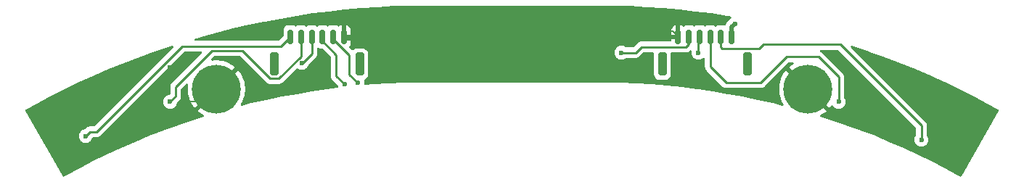
<source format=gbr>
%TF.GenerationSoftware,KiCad,Pcbnew,9.0.1*%
%TF.CreationDate,2025-05-09T11:22:53+02:00*%
%TF.ProjectId,FL-Zetor-Senzor,464c2d5a-6574-46f7-922d-53656e7a6f72,rev?*%
%TF.SameCoordinates,Original*%
%TF.FileFunction,Copper,L1,Top*%
%TF.FilePolarity,Positive*%
%FSLAX46Y46*%
G04 Gerber Fmt 4.6, Leading zero omitted, Abs format (unit mm)*
G04 Created by KiCad (PCBNEW 9.0.1) date 2025-05-09 11:22:53*
%MOMM*%
%LPD*%
G01*
G04 APERTURE LIST*
G04 Aperture macros list*
%AMRoundRect*
0 Rectangle with rounded corners*
0 $1 Rounding radius*
0 $2 $3 $4 $5 $6 $7 $8 $9 X,Y pos of 4 corners*
0 Add a 4 corners polygon primitive as box body*
4,1,4,$2,$3,$4,$5,$6,$7,$8,$9,$2,$3,0*
0 Add four circle primitives for the rounded corners*
1,1,$1+$1,$2,$3*
1,1,$1+$1,$4,$5*
1,1,$1+$1,$6,$7*
1,1,$1+$1,$8,$9*
0 Add four rect primitives between the rounded corners*
20,1,$1+$1,$2,$3,$4,$5,0*
20,1,$1+$1,$4,$5,$6,$7,0*
20,1,$1+$1,$6,$7,$8,$9,0*
20,1,$1+$1,$8,$9,$2,$3,0*%
G04 Aperture macros list end*
%TA.AperFunction,ComponentPad*%
%ADD10C,5.700000*%
%TD*%
%TA.AperFunction,SMDPad,CuDef*%
%ADD11RoundRect,0.150000X-0.150000X-0.700000X0.150000X-0.700000X0.150000X0.700000X-0.150000X0.700000X0*%
%TD*%
%TA.AperFunction,SMDPad,CuDef*%
%ADD12RoundRect,0.250000X-0.250000X-1.100000X0.250000X-1.100000X0.250000X1.100000X-0.250000X1.100000X0*%
%TD*%
%TA.AperFunction,ViaPad*%
%ADD13C,0.600000*%
%TD*%
%TA.AperFunction,Conductor*%
%ADD14C,0.200000*%
%TD*%
%TA.AperFunction,Conductor*%
%ADD15C,0.250000*%
%TD*%
%TA.AperFunction,Conductor*%
%ADD16C,0.500000*%
%TD*%
G04 APERTURE END LIST*
D10*
%TO.P,H1,1,1*%
%TO.N,GND*%
X173250000Y-101750000D03*
%TD*%
D11*
%TO.P,J1,1,Pin_1*%
%TO.N,GND*%
X158125016Y-95650000D03*
%TO.P,J1,2,Pin_2*%
%TO.N,Sen6Out*%
X159375016Y-95650000D03*
%TO.P,J1,3,Pin_3*%
%TO.N,Sen7Out*%
X160625016Y-95650000D03*
%TO.P,J1,4,Pin_4*%
%TO.N,Sen8Out*%
X161875016Y-95650000D03*
%TO.P,J1,5,Pin_5*%
%TO.N,Sen9Out*%
X163125016Y-95650000D03*
%TO.P,J1,6,Pin_6*%
%TO.N,VCC*%
X164375016Y-95650000D03*
D12*
%TO.P,J1,MP*%
%TO.N,N/C*%
X156275016Y-98850000D03*
X166225016Y-98850000D03*
%TD*%
D10*
%TO.P,H2,1,1*%
%TO.N,GND*%
X104250000Y-101750000D03*
%TD*%
D11*
%TO.P,J2,1,Pin_1*%
%TO.N,Sen1Out*%
X112875016Y-95650000D03*
%TO.P,J2,2,Pin_2*%
%TO.N,Sen2Out*%
X114125016Y-95650000D03*
%TO.P,J2,3,Pin_3*%
%TO.N,Sen3Out*%
X115375016Y-95650000D03*
%TO.P,J2,4,Pin_4*%
%TO.N,Sen4Out*%
X116625016Y-95650000D03*
%TO.P,J2,5,Pin_5*%
%TO.N,Sen5Out*%
X117875016Y-95650000D03*
%TO.P,J2,6,Pin_6*%
%TO.N,GND*%
X119125016Y-95650000D03*
D12*
%TO.P,J2,MP*%
%TO.N,N/C*%
X111025016Y-98850000D03*
X120975016Y-98850000D03*
%TD*%
D13*
%TO.N,GND*%
X150820016Y-94610000D03*
X139650000Y-98500000D03*
X87650000Y-108750000D03*
X100650000Y-103250000D03*
X98850000Y-99250000D03*
%TO.N,Sen1Out*%
X89000000Y-107250000D03*
%TO.N,Sen5Out*%
X120708627Y-101000000D03*
%TO.N,Sen4Out*%
X119246584Y-101218804D03*
%TO.N,Sen3Out*%
X114209745Y-98720669D03*
%TO.N,Sen2Out*%
X98850000Y-103250000D03*
%TO.N,VCC*%
X164750000Y-94124984D03*
%TO.N,Sen6Out*%
X151500000Y-97500000D03*
%TO.N,Sen7Out*%
X160500000Y-97500000D03*
%TO.N,Sen8Out*%
X176850000Y-103250000D03*
%TO.N,Sen9Out*%
X186500000Y-107662500D03*
%TD*%
D14*
%TO.N,GND*%
X151250000Y-95000000D02*
X157475016Y-95000000D01*
X150820016Y-94610000D02*
X150860000Y-94610000D01*
X157475016Y-95000000D02*
X158125016Y-95650000D01*
X150860000Y-94610000D02*
X151250000Y-95000000D01*
X119475016Y-96000000D02*
X119125016Y-95650000D01*
X137150000Y-96000000D02*
X119475016Y-96000000D01*
X139650000Y-98500000D02*
X137150000Y-96000000D01*
X100650000Y-103250000D02*
X102750000Y-103250000D01*
X102750000Y-103250000D02*
X104250000Y-101750000D01*
X92500000Y-108250000D02*
X97500000Y-103250000D01*
X88150000Y-108250000D02*
X92500000Y-108250000D01*
X87650000Y-108750000D02*
X88150000Y-108250000D01*
D15*
%TO.N,Sen1Out*%
X90250000Y-106750000D02*
X100250000Y-96750000D01*
X89500000Y-106750000D02*
X90250000Y-106750000D01*
X89000000Y-107250000D02*
X89500000Y-106750000D01*
X100250000Y-96750000D02*
X111775016Y-96750000D01*
X111775016Y-96750000D02*
X112875016Y-95650000D01*
D14*
%TO.N,GND*%
X99750000Y-104250000D02*
X100650000Y-103350000D01*
X97500000Y-103250000D02*
X98500000Y-104250000D01*
X98850000Y-99400000D02*
X97500000Y-100750000D01*
X100650000Y-103350000D02*
X100650000Y-103250000D01*
X98850000Y-99250000D02*
X98850000Y-99400000D01*
X97500000Y-100750000D02*
X97500000Y-103250000D01*
X98500000Y-104250000D02*
X99750000Y-104250000D01*
D15*
%TO.N,Sen2Out*%
X114125016Y-97921514D02*
X114125016Y-95650000D01*
X111520530Y-100526000D02*
X114125016Y-97921514D01*
X103750000Y-97250000D02*
X107253502Y-97250000D01*
X107253502Y-97250000D02*
X110529502Y-100526000D01*
X99500000Y-101500000D02*
X103750000Y-97250000D01*
X110529502Y-100526000D02*
X111520530Y-100526000D01*
X98850000Y-103250000D02*
X99500000Y-102600000D01*
X99500000Y-102600000D02*
X99500000Y-101500000D01*
%TO.N,Sen9Out*%
X163125016Y-96875016D02*
X163125016Y-95650000D01*
X163250000Y-97000000D02*
X163125016Y-96875016D01*
X186500000Y-106000000D02*
X177051322Y-96551322D01*
X168051322Y-96551322D02*
X167602644Y-97000000D01*
X177051322Y-96551322D02*
X168051322Y-96551322D01*
X167602644Y-97000000D02*
X163250000Y-97000000D01*
X186500000Y-107662500D02*
X186500000Y-106000000D01*
%TO.N,Sen8Out*%
X163750000Y-101000000D02*
X161875016Y-99125016D01*
X174500000Y-98000000D02*
X170750000Y-98000000D01*
X167750000Y-101000000D02*
X163750000Y-101000000D01*
X176850000Y-103250000D02*
X176850000Y-100350000D01*
X170750000Y-98000000D02*
X167750000Y-101000000D01*
X161875016Y-99125016D02*
X161875016Y-95650000D01*
X176850000Y-100350000D02*
X174500000Y-98000000D01*
%TO.N,Sen3Out*%
X114279331Y-98720669D02*
X115375016Y-97624984D01*
X114209745Y-98720669D02*
X114279331Y-98720669D01*
X115375016Y-97624984D02*
X115375016Y-95650000D01*
%TO.N,Sen4Out*%
X118250000Y-97750000D02*
X116625016Y-96125016D01*
X118250000Y-100250000D02*
X118250000Y-97750000D01*
X116625016Y-96125016D02*
X116625016Y-95650000D01*
X119218804Y-101218804D02*
X118250000Y-100250000D01*
X119246584Y-101218804D02*
X119218804Y-101218804D01*
%TO.N,Sen5Out*%
X119750000Y-100041373D02*
X119750000Y-97802306D01*
X120708627Y-101000000D02*
X119750000Y-100041373D01*
X117875016Y-95927322D02*
X117875016Y-95650000D01*
X119750000Y-97802306D02*
X117875016Y-95927322D01*
D16*
%TO.N,VCC*%
X164750000Y-94124984D02*
X164375016Y-94499968D01*
X164375016Y-94499968D02*
X164375016Y-95650000D01*
D15*
%TO.N,Sen6Out*%
X159375016Y-96499999D02*
X159375016Y-95650000D01*
X151500000Y-97500000D02*
X153152000Y-97500000D01*
X153152000Y-97500000D02*
X153826000Y-96826000D01*
X159049015Y-96826000D02*
X159375016Y-96499999D01*
X153826000Y-96826000D02*
X159049015Y-96826000D01*
%TO.N,Sen7Out*%
X160500000Y-95775016D02*
X160625016Y-95650000D01*
X160500000Y-97500000D02*
X160500000Y-95775016D01*
%TD*%
%TA.AperFunction,Conductor*%
%TO.N,GND*%
G36*
X99211899Y-96736944D02*
G01*
X99242265Y-96799870D01*
X99233791Y-96869224D01*
X99207610Y-96907797D01*
X90027229Y-106088181D01*
X89965906Y-106121666D01*
X89939548Y-106124500D01*
X89438389Y-106124500D01*
X89387535Y-106134615D01*
X89387530Y-106134616D01*
X89377971Y-106136518D01*
X89317548Y-106148537D01*
X89270397Y-106168067D01*
X89203715Y-106195688D01*
X89203714Y-106195689D01*
X89181347Y-106210633D01*
X89181344Y-106210635D01*
X89101268Y-106264140D01*
X89057705Y-106307703D01*
X89014142Y-106351267D01*
X89014139Y-106351270D01*
X88941203Y-106424206D01*
X88879879Y-106457690D01*
X88877714Y-106458141D01*
X88766508Y-106480261D01*
X88766498Y-106480264D01*
X88620827Y-106540602D01*
X88620814Y-106540609D01*
X88489711Y-106628210D01*
X88489707Y-106628213D01*
X88378213Y-106739707D01*
X88378210Y-106739711D01*
X88290609Y-106870814D01*
X88290602Y-106870827D01*
X88230264Y-107016498D01*
X88230261Y-107016510D01*
X88199500Y-107171153D01*
X88199500Y-107328846D01*
X88230261Y-107483489D01*
X88230264Y-107483501D01*
X88290602Y-107629172D01*
X88290609Y-107629185D01*
X88378210Y-107760288D01*
X88378213Y-107760292D01*
X88489707Y-107871786D01*
X88489711Y-107871789D01*
X88620814Y-107959390D01*
X88620827Y-107959397D01*
X88766498Y-108019735D01*
X88766503Y-108019737D01*
X88921153Y-108050499D01*
X88921156Y-108050500D01*
X88921158Y-108050500D01*
X89078844Y-108050500D01*
X89078845Y-108050499D01*
X89233497Y-108019737D01*
X89379179Y-107959394D01*
X89510289Y-107871789D01*
X89621789Y-107760289D01*
X89709394Y-107629179D01*
X89769737Y-107483497D01*
X89771365Y-107475308D01*
X89803750Y-107413399D01*
X89864465Y-107378824D01*
X89892983Y-107375500D01*
X90311607Y-107375500D01*
X90372029Y-107363481D01*
X90432452Y-107351463D01*
X90465792Y-107337652D01*
X90546286Y-107304312D01*
X90597509Y-107270084D01*
X90648733Y-107235858D01*
X90735858Y-107148733D01*
X90735858Y-107148731D01*
X90746066Y-107138524D01*
X90746067Y-107138521D01*
X100472772Y-97411819D01*
X100534095Y-97378334D01*
X100560453Y-97375500D01*
X102440547Y-97375500D01*
X102507586Y-97395185D01*
X102553341Y-97447989D01*
X102563285Y-97517147D01*
X102534260Y-97580703D01*
X102528228Y-97587181D01*
X99103870Y-101011538D01*
X99103862Y-101011546D01*
X99101269Y-101014140D01*
X99101267Y-101014142D01*
X99014142Y-101101267D01*
X98988287Y-101139962D01*
X98983561Y-101147034D01*
X98983558Y-101147038D01*
X98945689Y-101203711D01*
X98945684Y-101203722D01*
X98938687Y-101220617D01*
X98938685Y-101220622D01*
X98923261Y-101257860D01*
X98902441Y-101308124D01*
X98902439Y-101308128D01*
X98898539Y-101317541D01*
X98898537Y-101317546D01*
X98875356Y-101434094D01*
X98875352Y-101434111D01*
X98874500Y-101438388D01*
X98874500Y-102289546D01*
X98865855Y-102318983D01*
X98859332Y-102348974D01*
X98855577Y-102353989D01*
X98854815Y-102356585D01*
X98838180Y-102377228D01*
X98791201Y-102424206D01*
X98729878Y-102457690D01*
X98727713Y-102458141D01*
X98616508Y-102480261D01*
X98616498Y-102480264D01*
X98470827Y-102540602D01*
X98470814Y-102540609D01*
X98339711Y-102628210D01*
X98339707Y-102628213D01*
X98228213Y-102739707D01*
X98228210Y-102739711D01*
X98140609Y-102870814D01*
X98140602Y-102870827D01*
X98080264Y-103016498D01*
X98080261Y-103016510D01*
X98049500Y-103171153D01*
X98049500Y-103328846D01*
X98080261Y-103483489D01*
X98080264Y-103483501D01*
X98140602Y-103629172D01*
X98140609Y-103629185D01*
X98228210Y-103760288D01*
X98228213Y-103760292D01*
X98339707Y-103871786D01*
X98339711Y-103871789D01*
X98470814Y-103959390D01*
X98470827Y-103959397D01*
X98616498Y-104019735D01*
X98616503Y-104019737D01*
X98771153Y-104050499D01*
X98771156Y-104050500D01*
X98771158Y-104050500D01*
X98928844Y-104050500D01*
X98928845Y-104050499D01*
X99083497Y-104019737D01*
X99229179Y-103959394D01*
X99360289Y-103871789D01*
X99471789Y-103760289D01*
X99559394Y-103629179D01*
X99619737Y-103483497D01*
X99641858Y-103372282D01*
X99674240Y-103310375D01*
X99675735Y-103308853D01*
X99898729Y-103085860D01*
X99898733Y-103085858D01*
X99985858Y-102998733D01*
X100054311Y-102896286D01*
X100054312Y-102896285D01*
X100054313Y-102896282D01*
X100054315Y-102896279D01*
X100064672Y-102871272D01*
X100101463Y-102782451D01*
X100125500Y-102661607D01*
X100125500Y-102538393D01*
X100125500Y-101810452D01*
X100145185Y-101743413D01*
X100161819Y-101722771D01*
X100432289Y-101452301D01*
X100720591Y-101163998D01*
X100781912Y-101130515D01*
X100851603Y-101135499D01*
X100907537Y-101177370D01*
X100931954Y-101242835D01*
X100931673Y-101263835D01*
X100900000Y-101585428D01*
X100900000Y-101914571D01*
X100932261Y-102242139D01*
X100996474Y-102564956D01*
X100996475Y-102564961D01*
X101092025Y-102879946D01*
X101217985Y-103184039D01*
X101217987Y-103184044D01*
X101373137Y-103474309D01*
X101373148Y-103474327D01*
X101556007Y-103747995D01*
X101556010Y-103747999D01*
X101710364Y-103936081D01*
X101710365Y-103936081D01*
X102955747Y-102690698D01*
X103029588Y-102792330D01*
X103207670Y-102970412D01*
X103309300Y-103044251D01*
X102063917Y-104289633D01*
X102063917Y-104289634D01*
X102252000Y-104443989D01*
X102252004Y-104443992D01*
X102525672Y-104626851D01*
X102525690Y-104626862D01*
X102757573Y-104750806D01*
X102807417Y-104799768D01*
X102822878Y-104867906D01*
X102799046Y-104933585D01*
X102743489Y-104975954D01*
X102736804Y-104978299D01*
X101456968Y-105386557D01*
X99762230Y-105965862D01*
X98079702Y-106579958D01*
X96410231Y-107228534D01*
X94754472Y-107911333D01*
X93113061Y-108628098D01*
X91486797Y-109378477D01*
X89876340Y-110162164D01*
X88282281Y-110978875D01*
X86705427Y-111828195D01*
X86469524Y-111961595D01*
X86401479Y-111977460D01*
X86335659Y-111954018D01*
X86300549Y-111914694D01*
X86251636Y-111828195D01*
X81996108Y-104302632D01*
X81980245Y-104234588D01*
X82003687Y-104168769D01*
X82044080Y-104133061D01*
X83158592Y-103517308D01*
X83160650Y-103516198D01*
X84839709Y-102631456D01*
X84841661Y-102630452D01*
X86537933Y-101779102D01*
X86540044Y-101778068D01*
X88252771Y-100960490D01*
X88254894Y-100959502D01*
X89983463Y-100175985D01*
X89985541Y-100175068D01*
X91729405Y-99425863D01*
X91731444Y-99425011D01*
X93489699Y-98710509D01*
X93491881Y-98709647D01*
X95263914Y-98030093D01*
X95266156Y-98029259D01*
X97051228Y-97384936D01*
X97053478Y-97384149D01*
X98850996Y-96775268D01*
X98853245Y-96774532D01*
X99082480Y-96701906D01*
X99152333Y-96700425D01*
X99211899Y-96736944D01*
G37*
%TD.AperFunction*%
%TA.AperFunction,Conductor*%
G36*
X178417511Y-96701903D02*
G01*
X178646712Y-96774517D01*
X178649033Y-96775277D01*
X180435190Y-97380309D01*
X180446488Y-97384136D01*
X180448803Y-97384945D01*
X180524717Y-97412347D01*
X182233813Y-98029247D01*
X182236114Y-98030103D01*
X182475190Y-98121786D01*
X184008084Y-98709633D01*
X184010335Y-98710523D01*
X185768518Y-99424995D01*
X185770629Y-99425877D01*
X187514422Y-100175051D01*
X187516574Y-100176002D01*
X189191134Y-100935038D01*
X189245053Y-100959478D01*
X189247266Y-100960507D01*
X190948534Y-101772617D01*
X190959907Y-101778046D01*
X190962111Y-101779125D01*
X192658223Y-102630395D01*
X192660406Y-102631518D01*
X194339296Y-103516171D01*
X194341456Y-103517336D01*
X195455915Y-104133060D01*
X195505075Y-104182710D01*
X195519589Y-104251055D01*
X195503888Y-104302633D01*
X191199443Y-111914704D01*
X191149309Y-111963371D01*
X191080823Y-111977207D01*
X191030468Y-111961605D01*
X190794566Y-111828205D01*
X189217713Y-110978884D01*
X189217701Y-110978877D01*
X189217692Y-110978873D01*
X187623681Y-110162187D01*
X187623654Y-110162173D01*
X186013199Y-109378486D01*
X184386933Y-108628106D01*
X182745522Y-107911342D01*
X181089780Y-107228548D01*
X179420277Y-106579959D01*
X177737765Y-105965869D01*
X176043028Y-105386564D01*
X174763186Y-104978304D01*
X174705299Y-104939177D01*
X174677756Y-104874965D01*
X174689300Y-104806056D01*
X174736267Y-104754327D01*
X174742417Y-104750811D01*
X174974309Y-104626862D01*
X174974327Y-104626851D01*
X175248004Y-104443986D01*
X175436081Y-104289635D01*
X175436082Y-104289634D01*
X174190698Y-103044251D01*
X174292330Y-102970412D01*
X174470412Y-102792330D01*
X174544251Y-102690698D01*
X175789634Y-103936082D01*
X175789635Y-103936082D01*
X175943983Y-103748006D01*
X175978889Y-103695765D01*
X176032501Y-103650959D01*
X176101826Y-103642250D01*
X176164854Y-103672404D01*
X176185095Y-103695762D01*
X176228213Y-103760292D01*
X176339707Y-103871786D01*
X176339711Y-103871789D01*
X176470814Y-103959390D01*
X176470827Y-103959397D01*
X176616498Y-104019735D01*
X176616503Y-104019737D01*
X176771153Y-104050499D01*
X176771156Y-104050500D01*
X176771158Y-104050500D01*
X176928844Y-104050500D01*
X176928845Y-104050499D01*
X177083497Y-104019737D01*
X177229179Y-103959394D01*
X177360289Y-103871789D01*
X177471789Y-103760289D01*
X177559394Y-103629179D01*
X177619737Y-103483497D01*
X177650500Y-103328842D01*
X177650500Y-103171158D01*
X177650500Y-103171155D01*
X177650499Y-103171153D01*
X177640014Y-103118443D01*
X177619737Y-103016503D01*
X177619735Y-103016498D01*
X177559397Y-102870828D01*
X177559396Y-102870827D01*
X177559394Y-102870821D01*
X177496397Y-102776539D01*
X177475520Y-102709863D01*
X177475500Y-102707650D01*
X177475500Y-100288393D01*
X177475499Y-100288389D01*
X177471708Y-100269331D01*
X177451463Y-100167548D01*
X177424718Y-100102980D01*
X177424642Y-100102797D01*
X177404314Y-100053719D01*
X177404310Y-100053712D01*
X177368426Y-100000008D01*
X177368426Y-100000009D01*
X177335858Y-99951267D01*
X177335855Y-99951264D01*
X177335853Y-99951261D01*
X177245637Y-99861045D01*
X177245606Y-99861016D01*
X174993150Y-97608560D01*
X174985860Y-97601270D01*
X174985858Y-97601267D01*
X174898733Y-97514142D01*
X174847509Y-97479915D01*
X174796286Y-97445688D01*
X174796283Y-97445686D01*
X174796280Y-97445685D01*
X174723122Y-97415383D01*
X174668718Y-97371543D01*
X174646653Y-97305249D01*
X174663932Y-97237549D01*
X174715069Y-97189938D01*
X174770574Y-97176822D01*
X176740870Y-97176822D01*
X176807909Y-97196507D01*
X176828551Y-97213141D01*
X185838181Y-106222771D01*
X185871666Y-106284094D01*
X185874500Y-106310452D01*
X185874500Y-107120150D01*
X185854815Y-107187189D01*
X185853602Y-107189041D01*
X185790609Y-107283315D01*
X185790602Y-107283328D01*
X185730264Y-107428998D01*
X185730261Y-107429010D01*
X185699500Y-107583653D01*
X185699500Y-107741346D01*
X185730261Y-107895989D01*
X185730264Y-107896001D01*
X185790602Y-108041672D01*
X185790609Y-108041685D01*
X185878210Y-108172788D01*
X185878213Y-108172792D01*
X185989707Y-108284286D01*
X185989711Y-108284289D01*
X186120814Y-108371890D01*
X186120827Y-108371897D01*
X186266498Y-108432235D01*
X186266503Y-108432237D01*
X186421153Y-108462999D01*
X186421156Y-108463000D01*
X186421158Y-108463000D01*
X186578844Y-108463000D01*
X186578845Y-108462999D01*
X186733497Y-108432237D01*
X186879179Y-108371894D01*
X187010289Y-108284289D01*
X187121789Y-108172789D01*
X187209394Y-108041679D01*
X187269737Y-107895997D01*
X187300500Y-107741342D01*
X187300500Y-107583658D01*
X187300500Y-107583655D01*
X187300499Y-107583653D01*
X187280577Y-107483498D01*
X187269737Y-107429003D01*
X187237619Y-107351463D01*
X187209397Y-107283328D01*
X187209396Y-107283327D01*
X187209394Y-107283321D01*
X187146397Y-107189039D01*
X187125520Y-107122363D01*
X187125500Y-107120150D01*
X187125500Y-106067741D01*
X187125501Y-106067720D01*
X187125501Y-105938391D01*
X187101464Y-105817555D01*
X187101463Y-105817549D01*
X187054312Y-105703715D01*
X186985858Y-105601267D01*
X186985855Y-105601263D01*
X178292384Y-96907794D01*
X178289552Y-96902609D01*
X178284651Y-96899310D01*
X178272997Y-96872289D01*
X178258899Y-96846471D01*
X178259320Y-96840579D01*
X178256980Y-96835153D01*
X178261784Y-96806126D01*
X178263883Y-96776779D01*
X178267424Y-96772048D01*
X178268389Y-96766221D01*
X178288121Y-96744400D01*
X178305755Y-96720846D01*
X178311289Y-96718781D01*
X178315253Y-96714399D01*
X178343654Y-96706710D01*
X178371219Y-96696429D01*
X178378465Y-96697285D01*
X178382695Y-96696141D01*
X178417511Y-96701903D01*
G37*
%TD.AperFunction*%
%TA.AperFunction,Conductor*%
G36*
X148750606Y-92000506D02*
G01*
X150648901Y-92019293D01*
X150651346Y-92019341D01*
X152548254Y-92075680D01*
X152550650Y-92075774D01*
X154446139Y-92169649D01*
X154448458Y-92169787D01*
X156341814Y-92301167D01*
X156344210Y-92301358D01*
X158234397Y-92470170D01*
X158236804Y-92470409D01*
X160123440Y-92676617D01*
X160125729Y-92676891D01*
X162007890Y-92920398D01*
X162010239Y-92920726D01*
X163887211Y-93201438D01*
X163889500Y-93201804D01*
X164221092Y-93258127D01*
X164283888Y-93288760D01*
X164320155Y-93348480D01*
X164318377Y-93418327D01*
X164279119Y-93476125D01*
X164269219Y-93483477D01*
X164239713Y-93503192D01*
X164239707Y-93503197D01*
X164128213Y-93614691D01*
X164128210Y-93614695D01*
X164040609Y-93745798D01*
X164040603Y-93745810D01*
X164030806Y-93769462D01*
X164003927Y-93809688D01*
X163792066Y-94021548D01*
X163792060Y-94021556D01*
X163742828Y-94095236D01*
X163742829Y-94095237D01*
X163709937Y-94144464D01*
X163709932Y-94144473D01*
X163658345Y-94269014D01*
X163614503Y-94323417D01*
X163548209Y-94345481D01*
X163509189Y-94340636D01*
X163377589Y-94302402D01*
X163377583Y-94302401D01*
X163340717Y-94299500D01*
X163340710Y-94299500D01*
X162909322Y-94299500D01*
X162909314Y-94299500D01*
X162872448Y-94302401D01*
X162872442Y-94302402D01*
X162714622Y-94348254D01*
X162714619Y-94348255D01*
X162566436Y-94435890D01*
X162565270Y-94433919D01*
X162510958Y-94455232D01*
X162442443Y-94441540D01*
X162433611Y-94435864D01*
X162433596Y-94435890D01*
X162302710Y-94358485D01*
X162285414Y-94348256D01*
X162285413Y-94348255D01*
X162285412Y-94348255D01*
X162285409Y-94348254D01*
X162127589Y-94302402D01*
X162127583Y-94302401D01*
X162090717Y-94299500D01*
X162090710Y-94299500D01*
X161659322Y-94299500D01*
X161659314Y-94299500D01*
X161622448Y-94302401D01*
X161622442Y-94302402D01*
X161464622Y-94348254D01*
X161464619Y-94348255D01*
X161316436Y-94435890D01*
X161315270Y-94433919D01*
X161260958Y-94455232D01*
X161192443Y-94441540D01*
X161183611Y-94435864D01*
X161183596Y-94435890D01*
X161052710Y-94358485D01*
X161035414Y-94348256D01*
X161035413Y-94348255D01*
X161035412Y-94348255D01*
X161035409Y-94348254D01*
X160877589Y-94302402D01*
X160877583Y-94302401D01*
X160840717Y-94299500D01*
X160840710Y-94299500D01*
X160409322Y-94299500D01*
X160409314Y-94299500D01*
X160372448Y-94302401D01*
X160372442Y-94302402D01*
X160214622Y-94348254D01*
X160214619Y-94348255D01*
X160066436Y-94435890D01*
X160065270Y-94433919D01*
X160010958Y-94455232D01*
X159942443Y-94441540D01*
X159933611Y-94435864D01*
X159933596Y-94435890D01*
X159802710Y-94358485D01*
X159785414Y-94348256D01*
X159785413Y-94348255D01*
X159785412Y-94348255D01*
X159785409Y-94348254D01*
X159627589Y-94302402D01*
X159627583Y-94302401D01*
X159590717Y-94299500D01*
X159590710Y-94299500D01*
X159159322Y-94299500D01*
X159159314Y-94299500D01*
X159122448Y-94302401D01*
X159122442Y-94302402D01*
X158964622Y-94348254D01*
X158964619Y-94348255D01*
X158816436Y-94435890D01*
X158815345Y-94434045D01*
X158760553Y-94455551D01*
X158692037Y-94441862D01*
X158683308Y-94436252D01*
X158683287Y-94436288D01*
X158535212Y-94348717D01*
X158535209Y-94348716D01*
X158377510Y-94302900D01*
X158377513Y-94302900D01*
X158375016Y-94302703D01*
X158375016Y-95526000D01*
X158355331Y-95593039D01*
X158302527Y-95638794D01*
X158251016Y-95650000D01*
X158125016Y-95650000D01*
X158125016Y-95776000D01*
X158105331Y-95843039D01*
X158052527Y-95888794D01*
X158001016Y-95900000D01*
X157325016Y-95900000D01*
X157325016Y-96076500D01*
X157305331Y-96143539D01*
X157252527Y-96189294D01*
X157201016Y-96200500D01*
X153764389Y-96200500D01*
X153713535Y-96210615D01*
X153713530Y-96210616D01*
X153703971Y-96212518D01*
X153643548Y-96224537D01*
X153596397Y-96244067D01*
X153529715Y-96271688D01*
X153529714Y-96271689D01*
X153507347Y-96286633D01*
X153507344Y-96286635D01*
X153427268Y-96340140D01*
X153395743Y-96371666D01*
X153340142Y-96427267D01*
X153340139Y-96427270D01*
X152929229Y-96838181D01*
X152867906Y-96871666D01*
X152841548Y-96874500D01*
X152042350Y-96874500D01*
X151975311Y-96854815D01*
X151973459Y-96853602D01*
X151879184Y-96790609D01*
X151879172Y-96790602D01*
X151733501Y-96730264D01*
X151733489Y-96730261D01*
X151578845Y-96699500D01*
X151578842Y-96699500D01*
X151421158Y-96699500D01*
X151421155Y-96699500D01*
X151266510Y-96730261D01*
X151266498Y-96730264D01*
X151120827Y-96790602D01*
X151120814Y-96790609D01*
X150989711Y-96878210D01*
X150989707Y-96878213D01*
X150878213Y-96989707D01*
X150878210Y-96989711D01*
X150790609Y-97120814D01*
X150790602Y-97120827D01*
X150730264Y-97266498D01*
X150730261Y-97266510D01*
X150699500Y-97421153D01*
X150699500Y-97578846D01*
X150730261Y-97733489D01*
X150730264Y-97733501D01*
X150790602Y-97879172D01*
X150790609Y-97879185D01*
X150878210Y-98010288D01*
X150878213Y-98010292D01*
X150989707Y-98121786D01*
X150989711Y-98121789D01*
X151120814Y-98209390D01*
X151120827Y-98209397D01*
X151186606Y-98236643D01*
X151266503Y-98269737D01*
X151421153Y-98300499D01*
X151421156Y-98300500D01*
X151421158Y-98300500D01*
X151578844Y-98300500D01*
X151578845Y-98300499D01*
X151733497Y-98269737D01*
X151879179Y-98209394D01*
X151973459Y-98146398D01*
X152040136Y-98125520D01*
X152042350Y-98125500D01*
X153213608Y-98125500D01*
X153213608Y-98125499D01*
X153287299Y-98110842D01*
X153334452Y-98101463D01*
X153367792Y-98087652D01*
X153448286Y-98054312D01*
X153499509Y-98020084D01*
X153550733Y-97985858D01*
X153637858Y-97898733D01*
X153637859Y-97898731D01*
X153644925Y-97891665D01*
X153644927Y-97891661D01*
X154048771Y-97487819D01*
X154110094Y-97454334D01*
X154136452Y-97451500D01*
X155162854Y-97451500D01*
X155229893Y-97471185D01*
X155275648Y-97523989D01*
X155285199Y-97590417D01*
X155285705Y-97590469D01*
X155285498Y-97592494D01*
X155285592Y-97593147D01*
X155285217Y-97595240D01*
X155274516Y-97699983D01*
X155274516Y-100000001D01*
X155274517Y-100000007D01*
X155285016Y-100102796D01*
X155285017Y-100102799D01*
X155340201Y-100269331D01*
X155340203Y-100269336D01*
X155351958Y-100288394D01*
X155432304Y-100418656D01*
X155556360Y-100542712D01*
X155705682Y-100634814D01*
X155872219Y-100689999D01*
X155975007Y-100700500D01*
X156575024Y-100700499D01*
X156575032Y-100700498D01*
X156575035Y-100700498D01*
X156631318Y-100694748D01*
X156677813Y-100689999D01*
X156844350Y-100634814D01*
X156993672Y-100542712D01*
X157117728Y-100418656D01*
X157209830Y-100269334D01*
X157265015Y-100102797D01*
X157275516Y-100000009D01*
X157275515Y-97699992D01*
X157275310Y-97697989D01*
X157264327Y-97590468D01*
X157266768Y-97590218D01*
X157271135Y-97531796D01*
X157313185Y-97475996D01*
X157378727Y-97451788D01*
X157387178Y-97451500D01*
X159110623Y-97451500D01*
X159110623Y-97451499D01*
X159188894Y-97435931D01*
X159231467Y-97427463D01*
X159264807Y-97413652D01*
X159345301Y-97380312D01*
X159396524Y-97346084D01*
X159447748Y-97311858D01*
X159504076Y-97255529D01*
X159508390Y-97251934D01*
X159535495Y-97240176D01*
X159561426Y-97226017D01*
X159567188Y-97226429D01*
X159572489Y-97224130D01*
X159601646Y-97228893D01*
X159631118Y-97231001D01*
X159635743Y-97234463D01*
X159641445Y-97235395D01*
X159663399Y-97255166D01*
X159687051Y-97272872D01*
X159689070Y-97278284D01*
X159693364Y-97282152D01*
X159701144Y-97310655D01*
X159711469Y-97338336D01*
X159710952Y-97346589D01*
X159711762Y-97349555D01*
X159710520Y-97353503D01*
X159709402Y-97371374D01*
X159699500Y-97421153D01*
X159699500Y-97578846D01*
X159730261Y-97733489D01*
X159730264Y-97733501D01*
X159790602Y-97879172D01*
X159790609Y-97879185D01*
X159878210Y-98010288D01*
X159878213Y-98010292D01*
X159989707Y-98121786D01*
X159989711Y-98121789D01*
X160120814Y-98209390D01*
X160120827Y-98209397D01*
X160186606Y-98236643D01*
X160266503Y-98269737D01*
X160421153Y-98300499D01*
X160421156Y-98300500D01*
X160421158Y-98300500D01*
X160578844Y-98300500D01*
X160578845Y-98300499D01*
X160733497Y-98269737D01*
X160879179Y-98209394D01*
X161010289Y-98121789D01*
X161021236Y-98110842D01*
X161037835Y-98094244D01*
X161099158Y-98060759D01*
X161168850Y-98065743D01*
X161224783Y-98107615D01*
X161249200Y-98173079D01*
X161249516Y-98181925D01*
X161249516Y-99186627D01*
X161273551Y-99307460D01*
X161273556Y-99307477D01*
X161320701Y-99421297D01*
X161320706Y-99421306D01*
X161333138Y-99439911D01*
X161333139Y-99439912D01*
X161389157Y-99523748D01*
X161389160Y-99523752D01*
X161480602Y-99615194D01*
X161480624Y-99615214D01*
X163261016Y-101395606D01*
X163261045Y-101395637D01*
X163351264Y-101485856D01*
X163387829Y-101510288D01*
X163387831Y-101510289D01*
X163453715Y-101554312D01*
X163507198Y-101576465D01*
X163567548Y-101601463D01*
X163627971Y-101613481D01*
X163688393Y-101625500D01*
X167811607Y-101625500D01*
X167872029Y-101613481D01*
X167932452Y-101601463D01*
X167965792Y-101587652D01*
X168046286Y-101554312D01*
X168112169Y-101510289D01*
X168148733Y-101485858D01*
X168235858Y-101398733D01*
X168235858Y-101398731D01*
X168246066Y-101388524D01*
X168246067Y-101388521D01*
X170972772Y-98661819D01*
X171034095Y-98628334D01*
X171060453Y-98625500D01*
X171493953Y-98625500D01*
X171560992Y-98645185D01*
X171606747Y-98697989D01*
X171616691Y-98767147D01*
X171587666Y-98830703D01*
X171552406Y-98858858D01*
X171525690Y-98873137D01*
X171525672Y-98873148D01*
X171252004Y-99056007D01*
X171251999Y-99056010D01*
X171063917Y-99210364D01*
X171063917Y-99210365D01*
X172309301Y-100455748D01*
X172207670Y-100529588D01*
X172029588Y-100707670D01*
X171955748Y-100809301D01*
X170710365Y-99563917D01*
X170710364Y-99563917D01*
X170556010Y-99751999D01*
X170556007Y-99752004D01*
X170373148Y-100025672D01*
X170373137Y-100025690D01*
X170217987Y-100315955D01*
X170217985Y-100315960D01*
X170092025Y-100620053D01*
X169996475Y-100935038D01*
X169996474Y-100935043D01*
X169932261Y-101257860D01*
X169900000Y-101585428D01*
X169900000Y-101914571D01*
X169932261Y-102242139D01*
X169996474Y-102564956D01*
X169996475Y-102564961D01*
X170092025Y-102879946D01*
X170217985Y-103184039D01*
X170217987Y-103184044D01*
X170373137Y-103474309D01*
X170373148Y-103474326D01*
X170398518Y-103512295D01*
X170419396Y-103578972D01*
X170400912Y-103646352D01*
X170348933Y-103693043D01*
X170279963Y-103704219D01*
X170265095Y-103701422D01*
X169155516Y-103421607D01*
X167410245Y-103019502D01*
X165656986Y-102653392D01*
X164032752Y-102348974D01*
X163896595Y-102323455D01*
X163896589Y-102323454D01*
X163896573Y-102323451D01*
X162700474Y-102124668D01*
X162129782Y-102029823D01*
X160552716Y-101800979D01*
X160357272Y-101772619D01*
X158579926Y-101551966D01*
X156798321Y-101367936D01*
X155013362Y-101220622D01*
X153225704Y-101110080D01*
X151436199Y-101036362D01*
X150735494Y-101021935D01*
X149645523Y-100999494D01*
X149645509Y-100999494D01*
X148750000Y-100999500D01*
X128684105Y-100999500D01*
X127854489Y-100999495D01*
X127854488Y-100999495D01*
X127854477Y-100999495D01*
X126831238Y-101020561D01*
X126063800Y-101036362D01*
X124274294Y-101110080D01*
X122486636Y-101220621D01*
X121628040Y-101291481D01*
X121559609Y-101277377D01*
X121509666Y-101228515D01*
X121494068Y-101160409D01*
X121496224Y-101143709D01*
X121509127Y-101078844D01*
X121509127Y-100921155D01*
X121478979Y-100769596D01*
X121485206Y-100700004D01*
X121528069Y-100644827D01*
X121538329Y-100638809D01*
X121538203Y-100638605D01*
X121544348Y-100634814D01*
X121544350Y-100634814D01*
X121693672Y-100542712D01*
X121817728Y-100418656D01*
X121909830Y-100269334D01*
X121965015Y-100102797D01*
X121975516Y-100000009D01*
X121975515Y-97699992D01*
X121975310Y-97697989D01*
X121965015Y-97597203D01*
X121965014Y-97597200D01*
X121950801Y-97554309D01*
X121909830Y-97430666D01*
X121817728Y-97281344D01*
X121693672Y-97157288D01*
X121600904Y-97100069D01*
X121544352Y-97065187D01*
X121544347Y-97065185D01*
X121542878Y-97064698D01*
X121377813Y-97010001D01*
X121377811Y-97010000D01*
X121275026Y-96999500D01*
X120675014Y-96999500D01*
X120674996Y-96999501D01*
X120572219Y-97010000D01*
X120572216Y-97010001D01*
X120405684Y-97065185D01*
X120405679Y-97065187D01*
X120256360Y-97157288D01*
X120210645Y-97203002D01*
X120149321Y-97236486D01*
X120079629Y-97231500D01*
X120035284Y-97203000D01*
X119775950Y-96943666D01*
X119742465Y-96882343D01*
X119747449Y-96812651D01*
X119775952Y-96768302D01*
X119792696Y-96751558D01*
X119792702Y-96751550D01*
X119876298Y-96610196D01*
X119876299Y-96610193D01*
X119922115Y-96452495D01*
X119922116Y-96452489D01*
X119925015Y-96415649D01*
X119925016Y-96415634D01*
X119925016Y-95900000D01*
X119249016Y-95900000D01*
X119181977Y-95880315D01*
X119136222Y-95827511D01*
X119125016Y-95776000D01*
X119125016Y-95650000D01*
X118999016Y-95650000D01*
X118931977Y-95630315D01*
X118886222Y-95577511D01*
X118875016Y-95526000D01*
X118875016Y-95400000D01*
X119375016Y-95400000D01*
X119925016Y-95400000D01*
X119925016Y-94884365D01*
X119925015Y-94884350D01*
X157325016Y-94884350D01*
X157325016Y-95400000D01*
X157875016Y-95400000D01*
X157875016Y-94302703D01*
X157872519Y-94302900D01*
X157714822Y-94348716D01*
X157714819Y-94348717D01*
X157573463Y-94432314D01*
X157573454Y-94432321D01*
X157457337Y-94548438D01*
X157457330Y-94548447D01*
X157373733Y-94689803D01*
X157373732Y-94689806D01*
X157327916Y-94847504D01*
X157327915Y-94847510D01*
X157325016Y-94884350D01*
X119925015Y-94884350D01*
X119922116Y-94847510D01*
X119922115Y-94847504D01*
X119876299Y-94689806D01*
X119876298Y-94689803D01*
X119792701Y-94548447D01*
X119792694Y-94548438D01*
X119676577Y-94432321D01*
X119676568Y-94432314D01*
X119535212Y-94348717D01*
X119535209Y-94348716D01*
X119377510Y-94302900D01*
X119377513Y-94302900D01*
X119375016Y-94302703D01*
X119375016Y-95400000D01*
X118875016Y-95400000D01*
X118875016Y-94302703D01*
X118872519Y-94302900D01*
X118714822Y-94348716D01*
X118714819Y-94348717D01*
X118566745Y-94436288D01*
X118565560Y-94434285D01*
X118511371Y-94455551D01*
X118442856Y-94441860D01*
X118433227Y-94435671D01*
X118302690Y-94358473D01*
X118285414Y-94348256D01*
X118285413Y-94348255D01*
X118285412Y-94348255D01*
X118285409Y-94348254D01*
X118127589Y-94302402D01*
X118127583Y-94302401D01*
X118090717Y-94299500D01*
X118090710Y-94299500D01*
X117659322Y-94299500D01*
X117659314Y-94299500D01*
X117622448Y-94302401D01*
X117622442Y-94302402D01*
X117464622Y-94348254D01*
X117464619Y-94348255D01*
X117316436Y-94435890D01*
X117315270Y-94433919D01*
X117260958Y-94455232D01*
X117192443Y-94441540D01*
X117183611Y-94435864D01*
X117183596Y-94435890D01*
X117052710Y-94358485D01*
X117035414Y-94348256D01*
X117035413Y-94348255D01*
X117035412Y-94348255D01*
X117035409Y-94348254D01*
X116877589Y-94302402D01*
X116877583Y-94302401D01*
X116840717Y-94299500D01*
X116840710Y-94299500D01*
X116409322Y-94299500D01*
X116409314Y-94299500D01*
X116372448Y-94302401D01*
X116372442Y-94302402D01*
X116214622Y-94348254D01*
X116214619Y-94348255D01*
X116066436Y-94435890D01*
X116065270Y-94433919D01*
X116010958Y-94455232D01*
X115942443Y-94441540D01*
X115933611Y-94435864D01*
X115933596Y-94435890D01*
X115802710Y-94358485D01*
X115785414Y-94348256D01*
X115785413Y-94348255D01*
X115785412Y-94348255D01*
X115785409Y-94348254D01*
X115627589Y-94302402D01*
X115627583Y-94302401D01*
X115590717Y-94299500D01*
X115590710Y-94299500D01*
X115159322Y-94299500D01*
X115159314Y-94299500D01*
X115122448Y-94302401D01*
X115122442Y-94302402D01*
X114964622Y-94348254D01*
X114964619Y-94348255D01*
X114816436Y-94435890D01*
X114815270Y-94433919D01*
X114760958Y-94455232D01*
X114692443Y-94441540D01*
X114683611Y-94435864D01*
X114683596Y-94435890D01*
X114552710Y-94358485D01*
X114535414Y-94348256D01*
X114535413Y-94348255D01*
X114535412Y-94348255D01*
X114535409Y-94348254D01*
X114377589Y-94302402D01*
X114377583Y-94302401D01*
X114340717Y-94299500D01*
X114340710Y-94299500D01*
X113909322Y-94299500D01*
X113909314Y-94299500D01*
X113872448Y-94302401D01*
X113872442Y-94302402D01*
X113714622Y-94348254D01*
X113714619Y-94348255D01*
X113566436Y-94435890D01*
X113565270Y-94433919D01*
X113510958Y-94455232D01*
X113442443Y-94441540D01*
X113433611Y-94435864D01*
X113433596Y-94435890D01*
X113302710Y-94358485D01*
X113285414Y-94348256D01*
X113285413Y-94348255D01*
X113285412Y-94348255D01*
X113285409Y-94348254D01*
X113127589Y-94302402D01*
X113127583Y-94302401D01*
X113090717Y-94299500D01*
X113090710Y-94299500D01*
X112659322Y-94299500D01*
X112659314Y-94299500D01*
X112622448Y-94302401D01*
X112622442Y-94302402D01*
X112464622Y-94348254D01*
X112464619Y-94348255D01*
X112323153Y-94431917D01*
X112323145Y-94431923D01*
X112206939Y-94548129D01*
X112206933Y-94548137D01*
X112123271Y-94689603D01*
X112123270Y-94689606D01*
X112077418Y-94847426D01*
X112077417Y-94847432D01*
X112074516Y-94884298D01*
X112074516Y-95514548D01*
X112054831Y-95581587D01*
X112038197Y-95602229D01*
X111552245Y-96088181D01*
X111490922Y-96121666D01*
X111464564Y-96124500D01*
X101780870Y-96124500D01*
X101713831Y-96104815D01*
X101668076Y-96052011D01*
X101658132Y-95982853D01*
X101687157Y-95919297D01*
X101745767Y-95881572D01*
X101928922Y-95827511D01*
X102484956Y-95663389D01*
X102487126Y-95662772D01*
X104317655Y-95161632D01*
X104319843Y-95161055D01*
X106160031Y-94696219D01*
X106162224Y-94695688D01*
X108011168Y-94267386D01*
X108013393Y-94266893D01*
X109870441Y-93875272D01*
X109872693Y-93874820D01*
X111737160Y-93520027D01*
X111739378Y-93519627D01*
X113610515Y-93201803D01*
X113612773Y-93201443D01*
X115489774Y-92920725D01*
X115492095Y-92920401D01*
X117374282Y-92676891D01*
X117376547Y-92676621D01*
X119263243Y-92470405D01*
X119265541Y-92470178D01*
X121155876Y-92301352D01*
X121158111Y-92301174D01*
X123051546Y-92169787D01*
X123053854Y-92169651D01*
X124949353Y-92075775D01*
X124951741Y-92075681D01*
X126848655Y-92019343D01*
X126851096Y-92019295D01*
X128749516Y-92000505D01*
X128750700Y-92000500D01*
X128815892Y-92000500D01*
X138684108Y-92000500D01*
X148684108Y-92000500D01*
X148749379Y-92000500D01*
X148750606Y-92000506D01*
G37*
%TD.AperFunction*%
%TA.AperFunction,Conductor*%
G36*
X116187633Y-96935785D02*
G01*
X116214618Y-96951744D01*
X116214621Y-96951744D01*
X116214623Y-96951746D01*
X116372442Y-96997597D01*
X116372445Y-96997597D01*
X116372447Y-96997598D01*
X116409322Y-97000500D01*
X116564548Y-97000500D01*
X116631587Y-97020185D01*
X116652229Y-97036819D01*
X117588181Y-97972771D01*
X117621666Y-98034094D01*
X117624500Y-98060452D01*
X117624500Y-100311610D01*
X117648535Y-100432444D01*
X117648539Y-100432458D01*
X117652491Y-100441999D01*
X117652494Y-100442005D01*
X117654020Y-100445689D01*
X117695688Y-100546286D01*
X117721778Y-100585331D01*
X117726331Y-100592145D01*
X117726332Y-100592147D01*
X117764141Y-100648733D01*
X117855586Y-100740178D01*
X117855608Y-100740198D01*
X118427687Y-101312277D01*
X118436254Y-101327967D01*
X118448887Y-101340621D01*
X118460178Y-101371780D01*
X118461172Y-101373600D01*
X118461194Y-101373700D01*
X118461415Y-101374723D01*
X118476847Y-101452301D01*
X118479735Y-101459275D01*
X118482097Y-101470173D01*
X118480346Y-101494364D01*
X118482933Y-101518482D01*
X118477870Y-101528588D01*
X118477055Y-101539860D01*
X118462504Y-101559264D01*
X118451640Y-101580952D01*
X118441917Y-101586717D01*
X118435137Y-101595759D01*
X118412406Y-101604215D01*
X118391541Y-101616588D01*
X118376186Y-101619486D01*
X117142726Y-101772617D01*
X116601856Y-101851101D01*
X115370217Y-102029820D01*
X115370193Y-102029824D01*
X113603425Y-102323447D01*
X111843011Y-102653387D01*
X110089752Y-103019498D01*
X108344481Y-103421602D01*
X107234909Y-103701415D01*
X107165091Y-103698721D01*
X107107814Y-103658708D01*
X107081261Y-103594080D01*
X107093864Y-103525356D01*
X107101487Y-103512286D01*
X107126855Y-103474321D01*
X107126862Y-103474309D01*
X107282012Y-103184044D01*
X107282014Y-103184039D01*
X107407974Y-102879946D01*
X107503524Y-102564961D01*
X107503525Y-102564956D01*
X107567738Y-102242139D01*
X107600000Y-101914571D01*
X107600000Y-101585428D01*
X107567738Y-101257860D01*
X107503525Y-100935043D01*
X107503524Y-100935038D01*
X107407974Y-100620053D01*
X107282014Y-100315960D01*
X107282012Y-100315955D01*
X107126862Y-100025690D01*
X107126851Y-100025672D01*
X106943992Y-99752004D01*
X106943989Y-99752000D01*
X106789634Y-99563917D01*
X106789633Y-99563917D01*
X105544251Y-100809300D01*
X105470412Y-100707670D01*
X105292330Y-100529588D01*
X105190698Y-100455747D01*
X106436081Y-99210365D01*
X106436081Y-99210364D01*
X106247999Y-99056010D01*
X106247995Y-99056007D01*
X105974327Y-98873148D01*
X105974309Y-98873137D01*
X105684044Y-98717987D01*
X105684039Y-98717985D01*
X105379946Y-98592025D01*
X105064961Y-98496475D01*
X105064956Y-98496474D01*
X104742139Y-98432261D01*
X104414572Y-98400000D01*
X104085428Y-98400000D01*
X103763835Y-98431673D01*
X103695189Y-98418654D01*
X103644479Y-98370589D01*
X103627804Y-98302738D01*
X103650460Y-98236643D01*
X103663984Y-98220606D01*
X103972774Y-97911816D01*
X104034095Y-97878334D01*
X104060453Y-97875500D01*
X106943050Y-97875500D01*
X107010089Y-97895185D01*
X107030731Y-97911819D01*
X110130765Y-101011855D01*
X110130769Y-101011858D01*
X110233212Y-101080309D01*
X110233213Y-101080309D01*
X110233217Y-101080312D01*
X110299899Y-101107932D01*
X110347050Y-101127463D01*
X110367099Y-101131451D01*
X110432126Y-101144385D01*
X110467894Y-101151501D01*
X110467896Y-101151501D01*
X110597223Y-101151501D01*
X110597243Y-101151500D01*
X111582137Y-101151500D01*
X111642559Y-101139481D01*
X111702982Y-101127463D01*
X111736322Y-101113652D01*
X111816816Y-101080312D01*
X111882590Y-101036362D01*
X111919263Y-101011858D01*
X112006388Y-100924733D01*
X112006388Y-100924731D01*
X112016596Y-100914524D01*
X112016597Y-100914521D01*
X113561083Y-99370036D01*
X113622404Y-99336553D01*
X113692096Y-99341537D01*
X113717653Y-99354617D01*
X113830559Y-99430059D01*
X113830572Y-99430066D01*
X113976243Y-99490404D01*
X113976248Y-99490406D01*
X114130898Y-99521168D01*
X114130901Y-99521169D01*
X114130903Y-99521169D01*
X114288589Y-99521169D01*
X114288590Y-99521168D01*
X114443242Y-99490406D01*
X114588924Y-99430063D01*
X114720034Y-99342458D01*
X114831534Y-99230958D01*
X114919139Y-99099848D01*
X114979482Y-98954166D01*
X114984325Y-98929816D01*
X115016708Y-98867908D01*
X115018202Y-98866386D01*
X115860874Y-98023717D01*
X115929328Y-97921269D01*
X115972290Y-97817548D01*
X115976479Y-97807436D01*
X115980467Y-97787386D01*
X116000517Y-97686590D01*
X116000517Y-97563377D01*
X116000517Y-97558267D01*
X116000516Y-97558241D01*
X116000516Y-97042519D01*
X116020201Y-96975480D01*
X116073005Y-96929725D01*
X116142163Y-96919781D01*
X116187633Y-96935785D01*
G37*
%TD.AperFunction*%
%TD*%
M02*

</source>
